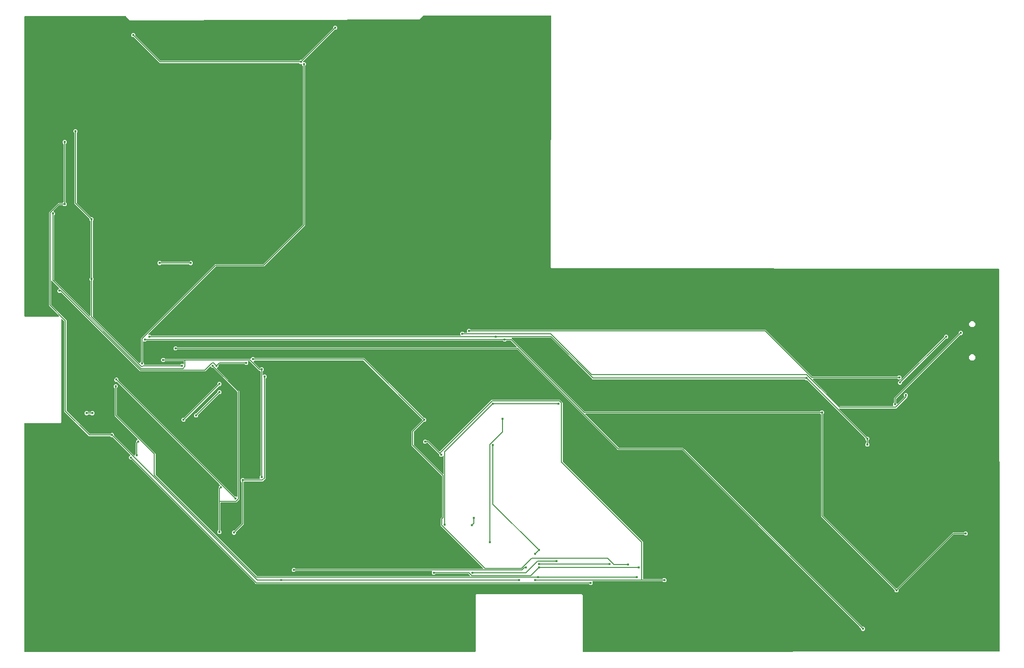
<source format=gbr>
G04 EAGLE Gerber RS-274X export*
G75*
%MOMM*%
%FSLAX34Y34*%
%LPD*%
%INBottom Copper*%
%IPPOS*%
%AMOC8*
5,1,8,0,0,1.08239X$1,22.5*%
G01*
G04 Define Apertures*
%ADD10C,0.127000*%
%ADD11C,0.452400*%
G36*
X786857Y170843D02*
X3143Y170383D01*
X2868Y170434D01*
X2613Y170598D01*
X2441Y170848D01*
X2381Y171145D01*
X2381Y568476D01*
X2432Y568751D01*
X2596Y569006D01*
X2846Y569178D01*
X3143Y569238D01*
X65144Y569238D01*
X66762Y570856D01*
X66762Y750394D01*
X66809Y750658D01*
X66968Y750916D01*
X67216Y751091D01*
X67512Y751156D01*
X67810Y751101D01*
X68063Y750933D01*
X71532Y747464D01*
X71695Y747223D01*
X71755Y746925D01*
X71755Y589761D01*
X114781Y546735D01*
X151534Y546735D01*
X151820Y546679D01*
X152073Y546512D01*
X153477Y545108D01*
X155462Y545108D01*
X155748Y545052D01*
X156001Y544885D01*
X186783Y514103D01*
X186936Y513883D01*
X187006Y513588D01*
X186955Y513289D01*
X186792Y513034D01*
X186592Y512897D01*
X184428Y510733D01*
X184428Y507807D01*
X186497Y505738D01*
X188482Y505738D01*
X188768Y505682D01*
X189021Y505515D01*
X405611Y288925D01*
X984654Y288925D01*
X984940Y288869D01*
X985193Y288702D01*
X986597Y287298D01*
X989523Y287298D01*
X991592Y289367D01*
X991592Y292293D01*
X991181Y292704D01*
X991028Y292924D01*
X990958Y293219D01*
X991009Y293518D01*
X991172Y293773D01*
X991422Y293945D01*
X991720Y294005D01*
X1112924Y294005D01*
X1113210Y293949D01*
X1113463Y293782D01*
X1114867Y292378D01*
X1117793Y292378D01*
X1119862Y294447D01*
X1119862Y297373D01*
X1117793Y299442D01*
X1114867Y299442D01*
X1113463Y298038D01*
X1113222Y297875D01*
X1112924Y297815D01*
X1079627Y297815D01*
X1079352Y297866D01*
X1079097Y298030D01*
X1078925Y298280D01*
X1078865Y298577D01*
X1078865Y362739D01*
X939388Y502216D01*
X939225Y502458D01*
X939165Y502755D01*
X939165Y605309D01*
X934239Y610235D01*
X815821Y610235D01*
X725709Y520123D01*
X725478Y519965D01*
X725182Y519900D01*
X724884Y519955D01*
X724631Y520123D01*
X705639Y539115D01*
X703176Y539115D01*
X702890Y539171D01*
X702637Y539338D01*
X701233Y540742D01*
X698307Y540742D01*
X696238Y538673D01*
X696238Y535747D01*
X698307Y533678D01*
X701233Y533678D01*
X702637Y535082D01*
X702878Y535245D01*
X703176Y535305D01*
X703745Y535305D01*
X704031Y535249D01*
X704284Y535082D01*
X723955Y515411D01*
X724118Y515170D01*
X724178Y514872D01*
X724178Y512887D01*
X726247Y510818D01*
X729173Y510818D01*
X730854Y512499D01*
X731074Y512652D01*
X731369Y512722D01*
X731668Y512671D01*
X731923Y512508D01*
X732095Y512258D01*
X732155Y511960D01*
X732155Y481419D01*
X732108Y481155D01*
X731949Y480897D01*
X731701Y480722D01*
X731405Y480657D01*
X731107Y480712D01*
X730854Y480880D01*
X680308Y531426D01*
X680145Y531668D01*
X680085Y531965D01*
X680085Y553885D01*
X680141Y554171D01*
X680308Y554424D01*
X697439Y571555D01*
X697681Y571718D01*
X697978Y571778D01*
X699963Y571778D01*
X702032Y573847D01*
X702032Y576773D01*
X699963Y578842D01*
X697978Y578842D01*
X697692Y578898D01*
X697439Y579065D01*
X593879Y682625D01*
X403456Y682625D01*
X403170Y682681D01*
X402917Y682848D01*
X401513Y684252D01*
X398587Y684252D01*
X396518Y682183D01*
X396518Y682117D01*
X396467Y681842D01*
X396303Y681587D01*
X396053Y681415D01*
X395756Y681355D01*
X247246Y681355D01*
X246960Y681411D01*
X246707Y681578D01*
X245303Y682982D01*
X242377Y682982D01*
X240308Y680913D01*
X240308Y677987D01*
X242377Y675918D01*
X245303Y675918D01*
X246707Y677322D01*
X246948Y677485D01*
X247246Y677545D01*
X279273Y677545D01*
X279548Y677494D01*
X279803Y677330D01*
X279975Y677080D01*
X280035Y676783D01*
X280035Y672950D01*
X279988Y672686D01*
X279829Y672428D01*
X279581Y672253D01*
X279285Y672188D01*
X278987Y672243D01*
X278734Y672411D01*
X278323Y672822D01*
X275397Y672822D01*
X273993Y671418D01*
X273752Y671255D01*
X273454Y671195D01*
X211304Y671195D01*
X211029Y671246D01*
X210774Y671410D01*
X210602Y671660D01*
X210542Y671957D01*
X210542Y674563D01*
X209138Y675967D01*
X208975Y676208D01*
X208915Y676506D01*
X208915Y711350D01*
X208962Y711614D01*
X209121Y711872D01*
X209369Y712047D01*
X209665Y712112D01*
X209963Y712057D01*
X210216Y711889D01*
X210627Y711478D01*
X213553Y711478D01*
X214957Y712882D01*
X215198Y713045D01*
X215496Y713105D01*
X834794Y713105D01*
X835080Y713049D01*
X835333Y712882D01*
X836737Y711478D01*
X839663Y711478D01*
X841067Y712882D01*
X841308Y713045D01*
X841606Y713105D01*
X848525Y713105D01*
X848811Y713049D01*
X849064Y712882D01*
X858970Y702976D01*
X859123Y702756D01*
X859193Y702461D01*
X859142Y702162D01*
X858979Y701907D01*
X858729Y701735D01*
X858431Y701675D01*
X268836Y701675D01*
X268550Y701731D01*
X268297Y701898D01*
X266893Y703302D01*
X263967Y703302D01*
X261898Y701233D01*
X261898Y698307D01*
X263967Y696238D01*
X266893Y696238D01*
X268297Y697642D01*
X268538Y697805D01*
X268836Y697865D01*
X859955Y697865D01*
X860241Y697809D01*
X860494Y697642D01*
X1035531Y522605D01*
X1146975Y522605D01*
X1147261Y522549D01*
X1147514Y522382D01*
X1458015Y211881D01*
X1458178Y211640D01*
X1458238Y211342D01*
X1458238Y209357D01*
X1460307Y207288D01*
X1463233Y207288D01*
X1465302Y209357D01*
X1465302Y212283D01*
X1463233Y214352D01*
X1461248Y214352D01*
X1460962Y214408D01*
X1460709Y214575D01*
X1148869Y526415D01*
X1037425Y526415D01*
X1037139Y526471D01*
X1036886Y526638D01*
X978720Y584804D01*
X978567Y585024D01*
X978497Y585319D01*
X978548Y585618D01*
X978711Y585873D01*
X978962Y586045D01*
X979259Y586105D01*
X1387244Y586105D01*
X1387530Y586049D01*
X1387783Y585882D01*
X1388522Y585143D01*
X1388685Y584902D01*
X1388745Y584604D01*
X1388745Y406881D01*
X1516435Y279191D01*
X1516598Y278950D01*
X1516658Y278652D01*
X1516658Y276667D01*
X1518727Y274598D01*
X1521653Y274598D01*
X1523722Y276667D01*
X1523722Y278652D01*
X1523778Y278938D01*
X1523945Y279191D01*
X1619816Y375062D01*
X1620058Y375225D01*
X1620355Y375285D01*
X1637434Y375285D01*
X1637720Y375229D01*
X1637973Y375062D01*
X1639377Y373658D01*
X1642303Y373658D01*
X1644372Y375727D01*
X1644372Y378653D01*
X1642303Y380722D01*
X1639377Y380722D01*
X1637973Y379318D01*
X1637732Y379155D01*
X1637434Y379095D01*
X1618461Y379095D01*
X1521251Y281885D01*
X1521010Y281722D01*
X1520712Y281662D01*
X1519668Y281662D01*
X1519382Y281718D01*
X1519129Y281885D01*
X1392778Y408236D01*
X1392615Y408478D01*
X1392555Y408775D01*
X1392555Y584604D01*
X1392611Y584890D01*
X1392778Y585143D01*
X1394182Y586547D01*
X1394182Y589473D01*
X1392113Y591542D01*
X1389187Y591542D01*
X1387783Y590138D01*
X1387542Y589975D01*
X1387244Y589915D01*
X977735Y589915D01*
X977449Y589971D01*
X977196Y590138D01*
X850450Y716884D01*
X850297Y717104D01*
X850227Y717399D01*
X850278Y717698D01*
X850441Y717953D01*
X850692Y718125D01*
X850989Y718185D01*
X918375Y718185D01*
X918661Y718129D01*
X918914Y717962D01*
X991081Y645795D01*
X1360574Y645795D01*
X1360860Y645739D01*
X1361113Y645572D01*
X1362517Y644168D01*
X1364502Y644168D01*
X1364788Y644112D01*
X1365041Y643945D01*
X1465635Y543351D01*
X1465798Y543110D01*
X1465858Y542812D01*
X1465858Y540827D01*
X1467262Y539423D01*
X1467425Y539182D01*
X1467485Y538884D01*
X1467485Y535536D01*
X1467429Y535250D01*
X1467262Y534997D01*
X1465858Y533593D01*
X1465858Y530667D01*
X1467927Y528598D01*
X1470853Y528598D01*
X1472922Y530667D01*
X1472922Y533593D01*
X1471518Y534997D01*
X1471355Y535238D01*
X1471295Y535536D01*
X1471295Y538884D01*
X1471351Y539170D01*
X1471518Y539423D01*
X1472922Y540827D01*
X1472922Y543753D01*
X1470853Y545822D01*
X1468868Y545822D01*
X1468582Y545878D01*
X1468329Y546045D01*
X1420680Y593694D01*
X1420527Y593914D01*
X1420457Y594209D01*
X1420508Y594508D01*
X1420671Y594763D01*
X1420922Y594935D01*
X1421219Y594995D01*
X1519709Y594995D01*
X1538605Y613891D01*
X1538605Y615084D01*
X1538661Y615370D01*
X1538828Y615623D01*
X1540232Y617027D01*
X1540232Y619953D01*
X1538163Y622022D01*
X1535237Y622022D01*
X1533168Y619953D01*
X1533168Y617027D01*
X1534222Y615973D01*
X1534380Y615743D01*
X1534445Y615447D01*
X1534389Y615149D01*
X1534222Y614896D01*
X1522483Y603157D01*
X1522263Y603004D01*
X1521968Y602934D01*
X1521669Y602985D01*
X1521414Y603148D01*
X1521277Y603348D01*
X1519778Y604847D01*
X1519615Y605088D01*
X1519555Y605386D01*
X1519555Y611035D01*
X1519611Y611321D01*
X1519778Y611574D01*
X1630889Y722685D01*
X1631131Y722848D01*
X1631428Y722908D01*
X1633413Y722908D01*
X1635482Y724977D01*
X1635482Y727903D01*
X1633413Y729972D01*
X1630487Y729972D01*
X1628418Y727903D01*
X1628418Y725918D01*
X1628362Y725632D01*
X1628195Y725379D01*
X1515745Y612929D01*
X1515745Y605386D01*
X1515689Y605100D01*
X1515522Y604847D01*
X1514118Y603443D01*
X1514118Y600517D01*
X1514529Y600106D01*
X1514682Y599886D01*
X1514752Y599591D01*
X1514701Y599292D01*
X1514538Y599037D01*
X1514288Y598865D01*
X1513990Y598805D01*
X1422235Y598805D01*
X1421949Y598861D01*
X1421696Y599028D01*
X1374960Y645764D01*
X1374807Y645984D01*
X1374737Y646279D01*
X1374788Y646578D01*
X1374951Y646833D01*
X1375202Y647005D01*
X1375499Y647065D01*
X1521864Y647065D01*
X1522150Y647009D01*
X1522403Y646842D01*
X1523807Y645438D01*
X1526733Y645438D01*
X1528802Y647507D01*
X1528802Y650433D01*
X1526733Y652502D01*
X1523807Y652502D01*
X1522403Y651098D01*
X1522162Y650935D01*
X1521864Y650875D01*
X1373975Y650875D01*
X1373689Y650931D01*
X1373436Y651098D01*
X1292379Y732155D01*
X779376Y732155D01*
X779090Y732211D01*
X778837Y732378D01*
X777433Y733782D01*
X774507Y733782D01*
X772438Y731713D01*
X772438Y728787D01*
X772849Y728376D01*
X773002Y728156D01*
X773072Y727861D01*
X773021Y727562D01*
X772858Y727307D01*
X772608Y727135D01*
X772310Y727075D01*
X767946Y727075D01*
X767660Y727131D01*
X767407Y727298D01*
X766003Y728702D01*
X763077Y728702D01*
X761008Y726633D01*
X761008Y723707D01*
X761419Y723296D01*
X761572Y723076D01*
X761642Y722781D01*
X761591Y722482D01*
X761428Y722227D01*
X761178Y722055D01*
X760880Y721995D01*
X223116Y721995D01*
X222830Y722051D01*
X222577Y722218D01*
X221173Y723622D01*
X218886Y723622D01*
X218622Y723669D01*
X218364Y723828D01*
X218189Y724076D01*
X218124Y724372D01*
X218179Y724670D01*
X218347Y724923D01*
X335846Y842422D01*
X336088Y842585D01*
X336385Y842645D01*
X419889Y842645D01*
X490855Y913611D01*
X490855Y1191664D01*
X490911Y1191950D01*
X491078Y1192203D01*
X492482Y1193607D01*
X492482Y1196533D01*
X490413Y1198602D01*
X488164Y1198602D01*
X487889Y1198653D01*
X487634Y1198817D01*
X487462Y1199067D01*
X487402Y1199364D01*
X487402Y1199402D01*
X487458Y1199688D01*
X487625Y1199941D01*
X542499Y1254815D01*
X542741Y1254978D01*
X543038Y1255038D01*
X545023Y1255038D01*
X547092Y1257107D01*
X547092Y1260033D01*
X545023Y1262102D01*
X542097Y1262102D01*
X540028Y1260033D01*
X540028Y1258048D01*
X539972Y1257762D01*
X539805Y1257509D01*
X484931Y1202635D01*
X484690Y1202472D01*
X484392Y1202412D01*
X482407Y1202412D01*
X481003Y1201008D01*
X480762Y1200845D01*
X480464Y1200785D01*
X239865Y1200785D01*
X239579Y1200841D01*
X239326Y1201008D01*
X195525Y1244809D01*
X195362Y1245051D01*
X195302Y1245348D01*
X195302Y1247333D01*
X193233Y1249402D01*
X190307Y1249402D01*
X188238Y1247333D01*
X188238Y1244407D01*
X190307Y1242338D01*
X192292Y1242338D01*
X192578Y1242282D01*
X192831Y1242115D01*
X237971Y1196975D01*
X480464Y1196975D01*
X480750Y1196919D01*
X481003Y1196752D01*
X482407Y1195348D01*
X484656Y1195348D01*
X484931Y1195297D01*
X485186Y1195133D01*
X485358Y1194883D01*
X485418Y1194586D01*
X485418Y1193607D01*
X486822Y1192203D01*
X486985Y1191962D01*
X487045Y1191664D01*
X487045Y915505D01*
X486989Y915219D01*
X486822Y914966D01*
X418534Y846678D01*
X418293Y846515D01*
X417995Y846455D01*
X334491Y846455D01*
X205105Y717069D01*
X205105Y676506D01*
X205049Y676220D01*
X204882Y675967D01*
X203372Y674457D01*
X203272Y674294D01*
X203024Y674119D01*
X202728Y674054D01*
X202430Y674109D01*
X202177Y674277D01*
X121508Y754946D01*
X121345Y755188D01*
X121285Y755485D01*
X121285Y817014D01*
X121341Y817300D01*
X121508Y817553D01*
X122912Y818957D01*
X122912Y821883D01*
X121508Y823287D01*
X121345Y823528D01*
X121285Y823826D01*
X121285Y921154D01*
X121341Y921440D01*
X121508Y921693D01*
X122912Y923097D01*
X122912Y926023D01*
X120843Y928092D01*
X118858Y928092D01*
X118572Y928148D01*
X118319Y928315D01*
X93568Y953066D01*
X93405Y953308D01*
X93345Y953605D01*
X93345Y1074824D01*
X93401Y1075110D01*
X93568Y1075363D01*
X94972Y1076767D01*
X94972Y1079693D01*
X92903Y1081762D01*
X89977Y1081762D01*
X87908Y1079693D01*
X87908Y1076767D01*
X89312Y1075363D01*
X89475Y1075122D01*
X89535Y1074824D01*
X89535Y951711D01*
X115625Y925621D01*
X115788Y925380D01*
X115848Y925082D01*
X115848Y923097D01*
X117252Y921693D01*
X117415Y921452D01*
X117475Y921154D01*
X117475Y823826D01*
X117419Y823540D01*
X117252Y823287D01*
X115848Y821883D01*
X115848Y818957D01*
X117252Y817553D01*
X117415Y817312D01*
X117475Y817014D01*
X117475Y757009D01*
X117428Y756745D01*
X117269Y756487D01*
X117021Y756312D01*
X116725Y756247D01*
X116427Y756302D01*
X116174Y756470D01*
X54198Y818446D01*
X54035Y818688D01*
X53975Y818985D01*
X53975Y931314D01*
X54031Y931600D01*
X54198Y931853D01*
X55602Y933257D01*
X55602Y936183D01*
X53427Y938358D01*
X53264Y938458D01*
X53089Y938706D01*
X53024Y939002D01*
X53079Y939300D01*
X53247Y939553D01*
X62796Y949102D01*
X63038Y949265D01*
X63335Y949325D01*
X68984Y949325D01*
X69270Y949269D01*
X69523Y949102D01*
X70927Y947698D01*
X73853Y947698D01*
X75922Y949767D01*
X75922Y952693D01*
X74518Y954097D01*
X74355Y954338D01*
X74295Y954636D01*
X74295Y1055774D01*
X74351Y1056060D01*
X74518Y1056313D01*
X75922Y1057717D01*
X75922Y1060643D01*
X73853Y1062712D01*
X70927Y1062712D01*
X68858Y1060643D01*
X68858Y1057717D01*
X70262Y1056313D01*
X70425Y1056072D01*
X70485Y1055774D01*
X70485Y954636D01*
X70429Y954350D01*
X70262Y954097D01*
X69523Y953358D01*
X69282Y953195D01*
X68984Y953135D01*
X61441Y953135D01*
X45085Y936779D01*
X45085Y773911D01*
X62518Y756478D01*
X62671Y756259D01*
X62740Y755964D01*
X62690Y755665D01*
X62526Y755409D01*
X62276Y755238D01*
X61979Y755178D01*
X3143Y755178D01*
X2868Y755229D01*
X2613Y755392D01*
X2441Y755642D01*
X2381Y755940D01*
X2381Y1277857D01*
X2432Y1278132D01*
X2596Y1278387D01*
X2846Y1278559D01*
X3143Y1278619D01*
X178698Y1278619D01*
X178984Y1278563D01*
X179237Y1278396D01*
X184398Y1273234D01*
X184406Y1273223D01*
X185320Y1272313D01*
X186016Y1271617D01*
X187005Y1271619D01*
X188290Y1271619D01*
X188303Y1271622D01*
X689005Y1272619D01*
X689989Y1272619D01*
X690687Y1273320D01*
X696763Y1279396D01*
X697005Y1279559D01*
X697302Y1279619D01*
X918850Y1279619D01*
X919126Y1279567D01*
X919381Y1279403D01*
X919552Y1279153D01*
X919612Y1278855D01*
X918622Y843306D01*
X918621Y843299D01*
X918619Y841989D01*
X918619Y841988D01*
X918617Y841018D01*
X919325Y840308D01*
X919326Y840307D01*
X920009Y839620D01*
X921019Y839619D01*
X921019Y839619D01*
X922291Y839616D01*
X922297Y839617D01*
X1697863Y838623D01*
X1698135Y838572D01*
X1698391Y838409D01*
X1698563Y838159D01*
X1698624Y837862D01*
X1699614Y172142D01*
X1699563Y171867D01*
X1699400Y171611D01*
X1699150Y171440D01*
X1698853Y171379D01*
X975126Y170955D01*
X974851Y171006D01*
X974596Y171169D01*
X974424Y171419D01*
X974364Y171717D01*
X974364Y269986D01*
X972969Y271381D01*
X789014Y271381D01*
X787619Y269986D01*
X787619Y171605D01*
X787568Y171331D01*
X787405Y171075D01*
X787155Y170904D01*
X786857Y170843D01*
G37*
%LPC*%
G36*
X236027Y844828D02*
X238953Y844828D01*
X240357Y846232D01*
X240598Y846395D01*
X240896Y846455D01*
X288694Y846455D01*
X288980Y846399D01*
X289233Y846232D01*
X290637Y844828D01*
X293563Y844828D01*
X295632Y846897D01*
X295632Y849823D01*
X293563Y851892D01*
X290637Y851892D01*
X289233Y850488D01*
X288992Y850325D01*
X288694Y850265D01*
X240896Y850265D01*
X240610Y850321D01*
X240357Y850488D01*
X238953Y851892D01*
X236027Y851892D01*
X233958Y849823D01*
X233958Y846897D01*
X236027Y844828D01*
G37*
G36*
X1649995Y736650D02*
X1654345Y736650D01*
X1657420Y739725D01*
X1657420Y744075D01*
X1654345Y747150D01*
X1649995Y747150D01*
X1646920Y744075D01*
X1646920Y739725D01*
X1649995Y736650D01*
G37*
G36*
X1525077Y636548D02*
X1528003Y636548D01*
X1530072Y638617D01*
X1530072Y640602D01*
X1530128Y640888D01*
X1530295Y641141D01*
X1605489Y716335D01*
X1605731Y716498D01*
X1606028Y716558D01*
X1608013Y716558D01*
X1610082Y718627D01*
X1610082Y721553D01*
X1608013Y723622D01*
X1605087Y723622D01*
X1603018Y721553D01*
X1603018Y719568D01*
X1602962Y719282D01*
X1602795Y719029D01*
X1527601Y643835D01*
X1527360Y643672D01*
X1527062Y643612D01*
X1525077Y643612D01*
X1523008Y641543D01*
X1523008Y638617D01*
X1525077Y636548D01*
G37*
G36*
X1649995Y678850D02*
X1654345Y678850D01*
X1657420Y681925D01*
X1657420Y686275D01*
X1654345Y689350D01*
X1649995Y689350D01*
X1646920Y686275D01*
X1646920Y681925D01*
X1649995Y678850D01*
G37*
%LPD*%
G36*
X777449Y302955D02*
X777151Y302895D01*
X407505Y302895D01*
X407219Y302951D01*
X406966Y303118D01*
X230728Y479356D01*
X230565Y479598D01*
X230505Y479895D01*
X230505Y516409D01*
X163418Y583496D01*
X163255Y583738D01*
X163195Y584035D01*
X163195Y630324D01*
X163251Y630610D01*
X163418Y630863D01*
X164822Y632267D01*
X164822Y635193D01*
X162753Y637262D01*
X159827Y637262D01*
X157758Y635193D01*
X157758Y632267D01*
X159162Y630863D01*
X159325Y630622D01*
X159385Y630324D01*
X159385Y582141D01*
X199483Y542043D01*
X199636Y541823D01*
X199706Y541528D01*
X199655Y541229D01*
X199492Y540974D01*
X199292Y540837D01*
X197128Y538673D01*
X197128Y536688D01*
X197072Y536402D01*
X196905Y536149D01*
X196215Y535459D01*
X196215Y516486D01*
X196159Y516200D01*
X195992Y515947D01*
X194588Y514543D01*
X194588Y513526D01*
X194541Y513262D01*
X194382Y513004D01*
X194134Y512829D01*
X193838Y512764D01*
X193540Y512819D01*
X193287Y512987D01*
X158695Y547579D01*
X158532Y547821D01*
X158472Y548118D01*
X158472Y550103D01*
X156403Y552172D01*
X153477Y552172D01*
X152073Y550768D01*
X151832Y550605D01*
X151534Y550545D01*
X116675Y550545D01*
X116389Y550601D01*
X116136Y550768D01*
X75788Y591116D01*
X75625Y591358D01*
X75565Y591655D01*
X75565Y748819D01*
X49118Y775266D01*
X48955Y775508D01*
X48895Y775805D01*
X48895Y816521D01*
X48942Y816785D01*
X49101Y817043D01*
X49349Y817218D01*
X49645Y817283D01*
X49943Y817228D01*
X50196Y817060D01*
X62323Y804933D01*
X62476Y804713D01*
X62546Y804418D01*
X62495Y804119D01*
X62332Y803864D01*
X62132Y803727D01*
X59968Y801563D01*
X59968Y798637D01*
X62037Y796568D01*
X64963Y796568D01*
X65382Y796987D01*
X65612Y797145D01*
X65908Y797210D01*
X66206Y797154D01*
X66459Y796987D01*
X203681Y659765D01*
X317019Y659765D01*
X325367Y668113D01*
X325587Y668266D01*
X325882Y668336D01*
X326181Y668285D01*
X326436Y668122D01*
X326573Y667922D01*
X328737Y665758D01*
X330722Y665758D01*
X331008Y665702D01*
X331261Y665535D01*
X372522Y624274D01*
X372685Y624033D01*
X372745Y623735D01*
X372745Y441810D01*
X372698Y441546D01*
X372539Y441288D01*
X372291Y441113D01*
X371995Y441048D01*
X371697Y441103D01*
X371444Y441271D01*
X371033Y441682D01*
X369048Y441682D01*
X368762Y441738D01*
X368509Y441905D01*
X166315Y644099D01*
X166152Y644341D01*
X166092Y644638D01*
X166092Y646623D01*
X164023Y648692D01*
X161097Y648692D01*
X159028Y646623D01*
X159028Y643697D01*
X161097Y641628D01*
X163082Y641628D01*
X163368Y641572D01*
X163621Y641405D01*
X342993Y462033D01*
X343146Y461813D01*
X343216Y461518D01*
X343165Y461219D01*
X343002Y460964D01*
X342802Y460827D01*
X340638Y458663D01*
X340638Y456678D01*
X340582Y456392D01*
X340415Y456139D01*
X339725Y455449D01*
X339725Y383136D01*
X339669Y382850D01*
X339502Y382597D01*
X338098Y381193D01*
X338098Y378267D01*
X340167Y376198D01*
X343093Y376198D01*
X345162Y378267D01*
X345162Y381193D01*
X343758Y382597D01*
X343595Y382838D01*
X343535Y383136D01*
X343535Y430403D01*
X343586Y430678D01*
X343750Y430933D01*
X344000Y431105D01*
X344297Y431165D01*
X371629Y431165D01*
X376555Y436091D01*
X376555Y625629D01*
X337727Y664457D01*
X337574Y664677D01*
X337504Y664972D01*
X337555Y665271D01*
X337718Y665526D01*
X337918Y665663D01*
X340082Y667827D01*
X340082Y669812D01*
X340138Y670098D01*
X340305Y670351D01*
X342196Y672242D01*
X342438Y672405D01*
X342735Y672465D01*
X385214Y672465D01*
X385500Y672409D01*
X385753Y672242D01*
X387157Y670838D01*
X390083Y670838D01*
X392152Y672907D01*
X392152Y675833D01*
X391741Y676244D01*
X391588Y676464D01*
X391518Y676759D01*
X391569Y677058D01*
X391732Y677313D01*
X391982Y677485D01*
X392280Y677545D01*
X393865Y677545D01*
X394151Y677489D01*
X394404Y677322D01*
X410691Y661035D01*
X411884Y661035D01*
X412170Y660979D01*
X412423Y660812D01*
X413162Y660073D01*
X413325Y659832D01*
X413385Y659534D01*
X413385Y478386D01*
X413329Y478100D01*
X413162Y477847D01*
X411758Y476443D01*
X411758Y473517D01*
X412169Y473106D01*
X412322Y472886D01*
X412392Y472591D01*
X412341Y472292D01*
X412178Y472037D01*
X411928Y471865D01*
X411630Y471805D01*
X385676Y471805D01*
X385390Y471861D01*
X385137Y472028D01*
X383733Y473432D01*
X380807Y473432D01*
X378738Y471363D01*
X378738Y468437D01*
X380142Y467033D01*
X380305Y466792D01*
X380365Y466494D01*
X380365Y394805D01*
X380309Y394519D01*
X380142Y394266D01*
X368091Y382215D01*
X367850Y382052D01*
X367552Y381992D01*
X365567Y381992D01*
X363498Y379923D01*
X363498Y376997D01*
X365567Y374928D01*
X368493Y374928D01*
X370562Y376997D01*
X370562Y378982D01*
X370618Y379268D01*
X370785Y379521D01*
X384175Y392911D01*
X384175Y466494D01*
X384231Y466780D01*
X384398Y467033D01*
X385137Y467772D01*
X385378Y467935D01*
X385676Y467995D01*
X417349Y467995D01*
X422275Y472921D01*
X422275Y646834D01*
X422331Y647120D01*
X422498Y647373D01*
X423902Y648777D01*
X423902Y651703D01*
X421833Y653772D01*
X418907Y653772D01*
X418496Y653361D01*
X418276Y653208D01*
X417981Y653138D01*
X417682Y653189D01*
X417427Y653352D01*
X417255Y653602D01*
X417195Y653900D01*
X417195Y659534D01*
X417251Y659820D01*
X417418Y660073D01*
X418822Y661477D01*
X418822Y664403D01*
X416753Y666472D01*
X413827Y666472D01*
X412773Y665418D01*
X412543Y665260D01*
X412247Y665195D01*
X411949Y665251D01*
X411696Y665418D01*
X401227Y675887D01*
X401074Y676107D01*
X401004Y676402D01*
X401055Y676701D01*
X401218Y676956D01*
X401418Y677093D01*
X402917Y678592D01*
X403158Y678755D01*
X403456Y678815D01*
X591985Y678815D01*
X592271Y678759D01*
X592524Y678592D01*
X694745Y576371D01*
X694908Y576130D01*
X694968Y575832D01*
X694968Y574788D01*
X694912Y574502D01*
X694745Y574249D01*
X676275Y555779D01*
X676275Y530071D01*
X729392Y476954D01*
X729555Y476713D01*
X729615Y476415D01*
X729615Y406235D01*
X729559Y405949D01*
X729392Y405696D01*
X727075Y403379D01*
X727075Y390371D01*
X800550Y316896D01*
X800703Y316676D01*
X800773Y316381D01*
X800722Y316082D01*
X800559Y315827D01*
X800309Y315655D01*
X800011Y315595D01*
X474576Y315595D01*
X474290Y315651D01*
X474037Y315818D01*
X472633Y317222D01*
X469707Y317222D01*
X467638Y315153D01*
X467638Y312227D01*
X469707Y310158D01*
X472633Y310158D01*
X474037Y311562D01*
X474278Y311725D01*
X474576Y311785D01*
X711350Y311785D01*
X711614Y311738D01*
X711872Y311579D01*
X712047Y311331D01*
X712112Y311035D01*
X712057Y310737D01*
X711889Y310484D01*
X711478Y310073D01*
X711478Y307147D01*
X713547Y305078D01*
X716473Y305078D01*
X717877Y306482D01*
X718118Y306645D01*
X718416Y306705D01*
X774865Y306705D01*
X775151Y306649D01*
X775404Y306482D01*
X777690Y304196D01*
X777843Y303976D01*
X777913Y303681D01*
X777862Y303382D01*
X777699Y303127D01*
X777449Y302955D01*
G37*
%LPC*%
G36*
X277937Y571778D02*
X280863Y571778D01*
X282932Y573847D01*
X282932Y575832D01*
X282988Y576118D01*
X283155Y576371D01*
X340569Y633785D01*
X340811Y633948D01*
X341108Y634008D01*
X343093Y634008D01*
X345162Y636077D01*
X345162Y639003D01*
X343093Y641072D01*
X340167Y641072D01*
X338098Y639003D01*
X338098Y637018D01*
X338042Y636732D01*
X337875Y636479D01*
X280461Y579065D01*
X280220Y578902D01*
X279922Y578842D01*
X277937Y578842D01*
X275868Y576773D01*
X275868Y573847D01*
X277937Y571778D01*
G37*
G36*
X299527Y579398D02*
X302453Y579398D01*
X304522Y581467D01*
X304522Y583452D01*
X304578Y583738D01*
X304745Y583991D01*
X340569Y619815D01*
X340811Y619978D01*
X341108Y620038D01*
X343093Y620038D01*
X345162Y622107D01*
X345162Y625033D01*
X343093Y627102D01*
X340167Y627102D01*
X338098Y625033D01*
X338098Y623048D01*
X338042Y622762D01*
X337875Y622509D01*
X302051Y586685D01*
X301810Y586522D01*
X301512Y586462D01*
X299527Y586462D01*
X297458Y584393D01*
X297458Y581467D01*
X299527Y579398D01*
G37*
G36*
X109027Y583208D02*
X111953Y583208D01*
X113357Y584612D01*
X113598Y584775D01*
X113896Y584835D01*
X117244Y584835D01*
X117530Y584779D01*
X117783Y584612D01*
X119187Y583208D01*
X122113Y583208D01*
X124182Y585277D01*
X124182Y588203D01*
X122113Y590272D01*
X119187Y590272D01*
X117783Y588868D01*
X117542Y588705D01*
X117244Y588645D01*
X113896Y588645D01*
X113610Y588701D01*
X113357Y588868D01*
X111953Y590272D01*
X109027Y590272D01*
X106958Y588203D01*
X106958Y585277D01*
X109027Y583208D01*
G37*
%LPD*%
D10*
X1372870Y648970D02*
X1525270Y648970D01*
X1372870Y648970D02*
X1291590Y730250D01*
X775970Y730250D01*
X341630Y623570D02*
X300990Y582930D01*
D11*
X1525270Y648970D03*
X775970Y730250D03*
X341630Y623570D03*
X300990Y582930D03*
D10*
X1536700Y614680D02*
X1536700Y618490D01*
X1536700Y614680D02*
X1518920Y596900D01*
X1421130Y596900D01*
X1363980Y654050D01*
X989330Y654050D01*
X918210Y725170D01*
X764540Y725170D01*
X341630Y637540D02*
X279400Y575310D01*
D11*
X1536700Y618490D03*
X764540Y725170D03*
X341630Y637540D03*
X279400Y575310D03*
D10*
X115570Y628650D02*
X78740Y591820D01*
X137160Y650240D02*
X257810Y650240D01*
X137160Y650240D02*
X115570Y628650D01*
X262890Y645160D02*
X347980Y645160D01*
X262890Y645160D02*
X257810Y650240D01*
X133350Y1111250D02*
X133350Y1154430D01*
X203200Y1224280D02*
X207010Y1224280D01*
X203200Y1224280D02*
X133350Y1154430D01*
X349250Y643890D02*
X349250Y469900D01*
X349250Y643890D02*
X347980Y645160D01*
X1024890Y519430D02*
X1071880Y519430D01*
X1024890Y519430D02*
X949960Y594360D01*
D11*
X78740Y591820D03*
X115570Y628650D03*
X257810Y650240D03*
X347980Y645160D03*
X133350Y1154430D03*
X133350Y1111250D03*
X207010Y1224280D03*
X349250Y469900D03*
X1071880Y519430D03*
X949960Y594360D03*
D10*
X1526540Y640080D02*
X1606550Y720090D01*
D11*
X1526540Y640080D03*
X1606550Y720090D03*
D10*
X1517650Y612140D02*
X1517650Y601980D01*
X1517650Y612140D02*
X1631950Y726440D01*
D11*
X1517650Y601980D03*
X1631950Y726440D03*
D10*
X543560Y1258570D02*
X483870Y1198880D01*
X238760Y1198880D01*
X191770Y1245870D01*
X341630Y674370D02*
X388620Y674370D01*
X341630Y674370D02*
X336550Y669290D01*
X198120Y534670D02*
X198120Y513080D01*
X198120Y534670D02*
X200660Y537210D01*
X66040Y800100D02*
X63500Y800100D01*
X66040Y800100D02*
X204470Y661670D01*
X316230Y661670D01*
X328930Y674370D01*
X331470Y674370D01*
X336550Y669290D01*
D11*
X543560Y1258570D03*
X483870Y1198880D03*
X191770Y1245870D03*
X388620Y674370D03*
X336550Y669290D03*
X198120Y513080D03*
X200660Y537210D03*
X63500Y800100D03*
D10*
X420370Y650240D02*
X420370Y473710D01*
X416560Y469900D01*
X382270Y469900D01*
X72390Y951230D02*
X72390Y1059180D01*
X449580Y295910D02*
X863600Y295910D01*
X407670Y295910D02*
X154940Y548640D01*
X407670Y295910D02*
X449580Y295910D01*
X72390Y951230D02*
X62230Y951230D01*
X46990Y935990D01*
X46990Y774700D01*
X73660Y748030D01*
X73660Y590550D01*
X115570Y548640D01*
X154940Y548640D01*
X382270Y469900D02*
X382270Y393700D01*
X367030Y378460D01*
D11*
X420370Y650240D03*
X382270Y469900D03*
X72390Y1059180D03*
X72390Y951230D03*
X863600Y295910D03*
X449580Y295910D03*
X154940Y548640D03*
X367030Y378460D03*
D10*
X872490Y317500D02*
X875030Y317500D01*
X872490Y317500D02*
X868680Y313690D01*
X471170Y313690D01*
X415290Y474980D02*
X415290Y662940D01*
X394970Y679450D02*
X281940Y679450D01*
X243840Y679450D01*
X394970Y679450D02*
X411480Y662940D01*
X415290Y662940D01*
X52070Y817880D02*
X52070Y934720D01*
X52070Y817880D02*
X205740Y664210D01*
X278130Y664210D01*
X281940Y668020D01*
X281940Y679450D01*
D11*
X875030Y317500D03*
X471170Y313690D03*
X415290Y662940D03*
X415290Y474980D03*
X243840Y679450D03*
X52070Y934720D03*
D10*
X341630Y454660D02*
X341630Y433070D01*
X341630Y379730D01*
X341630Y454660D02*
X344170Y457200D01*
X374650Y624840D02*
X330200Y669290D01*
X374650Y624840D02*
X374650Y436880D01*
X370840Y433070D01*
X341630Y433070D01*
X119380Y820420D02*
X119380Y924560D01*
X91440Y952500D02*
X91440Y1078230D01*
X91440Y952500D02*
X119380Y924560D01*
X209550Y669290D02*
X276860Y669290D01*
X209550Y669290D02*
X208280Y668020D01*
X205740Y668020D01*
X119380Y754380D01*
X119380Y820420D01*
D11*
X341630Y379730D03*
X344170Y457200D03*
X330200Y669290D03*
X119380Y820420D03*
X119380Y924560D03*
X91440Y1078230D03*
X276860Y669290D03*
D10*
X891540Y341630D02*
X897890Y347980D01*
X817880Y427990D02*
X817880Y530860D01*
X817880Y427990D02*
X897890Y347980D01*
D11*
X891540Y341630D03*
X897890Y347980D03*
X817880Y530860D03*
D10*
X817880Y603250D02*
X932180Y603250D01*
X734060Y519430D02*
X734060Y392430D01*
X734060Y519430D02*
X817880Y603250D01*
D11*
X932180Y603250D03*
X817880Y603250D03*
X734060Y392430D03*
D10*
X784860Y394970D02*
X784860Y403860D01*
X784860Y394970D02*
X781050Y391160D01*
D11*
X784860Y403860D03*
X781050Y391160D03*
D10*
X834390Y553720D02*
X834390Y576580D01*
X834390Y553720D02*
X812800Y532130D01*
X812800Y361950D01*
D11*
X834390Y576580D03*
X812800Y361950D03*
D10*
X895350Y328930D02*
X928370Y328930D01*
X895350Y328930D02*
X875030Y308610D01*
X782320Y308610D01*
D11*
X928370Y328930D03*
X782320Y308610D03*
D10*
X897890Y323850D02*
X1021080Y323850D01*
X406400Y290830D02*
X187960Y509270D01*
X406400Y290830D02*
X988060Y290830D01*
D11*
X897890Y323850D03*
X1021080Y323850D03*
X187960Y509270D03*
X988060Y290830D03*
D10*
X1071880Y317500D02*
X897890Y317500D01*
X369570Y438150D02*
X162560Y645160D01*
X715010Y308610D02*
X775970Y308610D01*
X781050Y303530D01*
X883920Y303530D01*
X897890Y317500D01*
D11*
X897890Y317500D03*
X1071880Y317500D03*
X162560Y645160D03*
X369570Y438150D03*
X715010Y308610D03*
D10*
X120650Y586740D02*
X110490Y586740D01*
X207010Y673100D02*
X207010Y716280D01*
X335280Y844550D01*
X419100Y844550D01*
X488950Y914400D01*
X488950Y1195070D01*
D11*
X110490Y586740D03*
X120650Y586740D03*
X207010Y673100D03*
X488950Y1195070D03*
D10*
X1076960Y295910D02*
X1116330Y295910D01*
X1076960Y295910D02*
X891540Y295910D01*
X704850Y537210D02*
X699770Y537210D01*
X725170Y516890D02*
X727710Y514350D01*
X725170Y516890D02*
X704850Y537210D01*
X1076960Y361950D02*
X1076960Y295910D01*
X1076960Y361950D02*
X937260Y501650D01*
X937260Y604520D01*
X933450Y608330D01*
X816610Y608330D01*
X725170Y516890D01*
D11*
X891540Y295910D03*
X1116330Y295910D03*
X699770Y537210D03*
X727710Y514350D03*
D10*
X292100Y848360D02*
X237490Y848360D01*
D11*
X237490Y848360D03*
X292100Y848360D03*
D10*
X265430Y699770D02*
X861060Y699770D01*
X1036320Y524510D01*
X1148080Y524510D01*
X1461770Y210820D01*
D11*
X265430Y699770D03*
X1461770Y210820D03*
D10*
X593090Y680720D02*
X400050Y680720D01*
X593090Y680720D02*
X698500Y575310D01*
X1028700Y322580D02*
X1052830Y322580D01*
X1028700Y322580D02*
X1017270Y334010D01*
X885190Y334010D01*
X867410Y316230D01*
X803910Y316230D01*
X728980Y391160D01*
X728980Y402590D01*
X731520Y405130D01*
X731520Y477520D01*
X678180Y530860D01*
X678180Y554990D01*
X698500Y575310D01*
D11*
X400050Y680720D03*
X698500Y575310D03*
X1052830Y322580D03*
D10*
X822960Y720090D02*
X219710Y720090D01*
X1363980Y647700D02*
X1469390Y542290D01*
X1469390Y532130D01*
X919480Y720090D02*
X822960Y720090D01*
X919480Y720090D02*
X991870Y647700D01*
X1363980Y647700D01*
D11*
X219710Y720090D03*
X822960Y720090D03*
X1363980Y647700D03*
X1469390Y542290D03*
X1469390Y532130D03*
D10*
X838200Y715010D02*
X212090Y715010D01*
X1390650Y588010D02*
X1390650Y407670D01*
X1520190Y278130D01*
X1619250Y377190D02*
X1640840Y377190D01*
X1619250Y377190D02*
X1520190Y278130D01*
X849630Y715010D02*
X838200Y715010D01*
X849630Y715010D02*
X976630Y588010D01*
X1390650Y588010D01*
D11*
X212090Y715010D03*
X838200Y715010D03*
X1390650Y588010D03*
X1520190Y278130D03*
X1640840Y377190D03*
D10*
X1068070Y300990D02*
X896620Y300990D01*
X161290Y582930D02*
X161290Y633730D01*
X161290Y582930D02*
X228600Y515620D01*
X228600Y478790D01*
X406400Y300990D01*
X896620Y300990D01*
D11*
X896620Y300990D03*
X1068070Y300990D03*
X161290Y633730D03*
M02*

</source>
